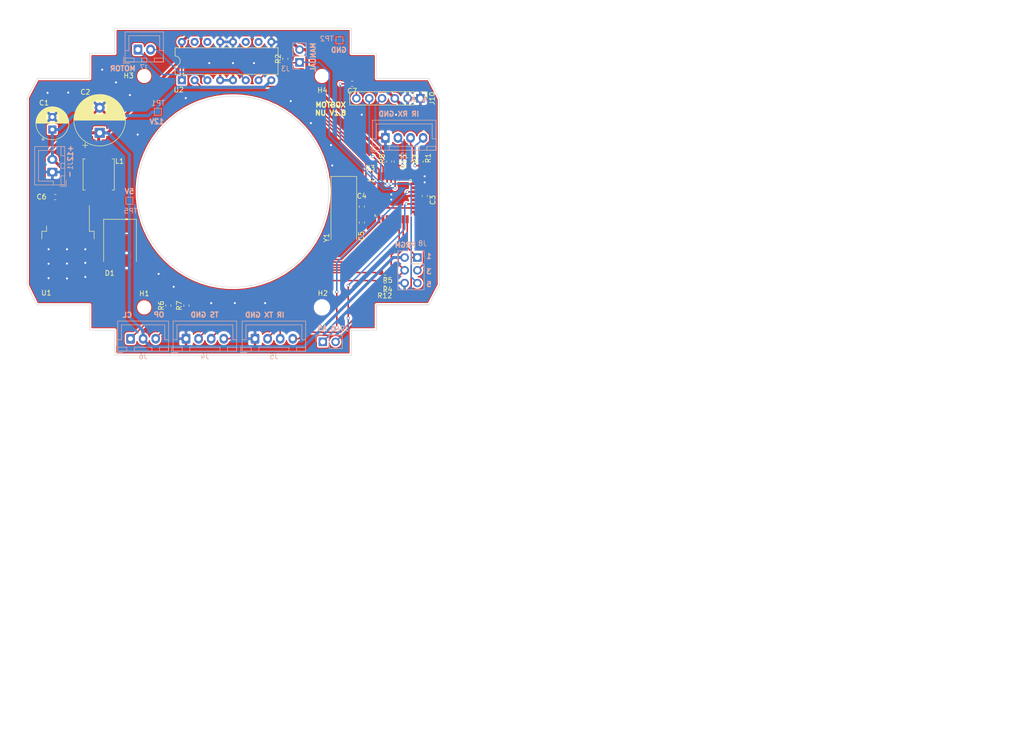
<source format=kicad_pcb>
(kicad_pcb (version 20171130) (host pcbnew 5.0.2-bee76a0~70~ubuntu18.04.1)
  (title_block (date "jeu. 02 avril 2015"))
  (layers (0 F.Cu signal) (31 B.Cu signal) (34 B.Paste user) (35 F.Paste user) (36 B.SilkS user) (37 F.SilkS user) (38 B.Mask user) (39 F.Mask user) (44 Edge.Cuts user))
  (net 0 "")
  (net 1 GND)
  (net 2 /2)
  (net 3 /4)
  (net 4 /7)
  (net 5 /8)
  (net 6 +5V)
  (net 7 +12V)
  (net 8 "Net-(D1-Pad1)")
  (net 9 /6)
  (net 10 /3)
  (net 11 "Net-(J7-Pad2)")
  (net 12 "Net-(J7-Pad1)")
  (net 13 /10)
  (net 14 /11)
  (net 15 /12)
  (net 16 /5)
  (net 17 "Net-(C3-Pad1)")
  (net 18 "Net-(C4-Pad2)")
  (net 19 "Net-(C5-Pad2)")
  (net 20 /A0)
  (net 21 /9)
  (net 22 "Net-(J5-Pad2)")
  (net 23 "Net-(J5-Pad3)")
  (net 24 /SCK)
  (net 25 /RESET)
  (net 26 /A6)
  (net 27 /A5)
  (net 28 /A2)
  (net 29 /A4)
  (net 30 /DTR)
  (net 31 /A7)
  (net 32 /RXI)
  (net 33 /TXO)
  (net 34 "Net-(J5-Pad4)")
  (module Resistor_SMD:R_0603_1608Metric (layer F.Cu) (at 149.275 38.9875 90)
    (fp_text reference R2 (at 0 -1.43 90) (layer F.SilkS))
    (fp_text value 100K)
    (pad 1 smd roundrect (at -0.7875 0 90) (size 0.875 0.95) (layers F.Cu F.Paste F.Mask) (net 27 /A5))
    (pad 2 smd roundrect (at 0.7875 0 90) (size 0.875 0.95) (layers F.Cu F.Paste F.Mask) (net 1 GND))
  )
  (module Resistor_SMD:R_0603_1608Metric (layer F.Cu) (at 176.15 59.425 270)
    (fp_text reference R1 (at -0.6875 -1.5 90) (layer F.SilkS))
    (fp_text value 10K)
    (pad 1 smd roundrect (at -0.7875 0 270) (size 0.875 0.95) (layers F.Cu F.Paste F.Mask) (net 6 +5V))
    (pad 2 smd roundrect (at 0.7875 0 270) (size 0.875 0.95) (layers F.Cu F.Paste F.Mask) (net 20 /A0))
  )
  (module Resistor_SMD:R_0603_1608Metric (layer F.Cu) (at 173.7875 59.425 270)
    (fp_text reference R3 (at -0.5875 -1.4 270) (layer F.SilkS))
    (fp_text value 10K)
    (pad 2 smd roundrect (at 0.7875 0 270) (size 0.875 0.95) (layers F.Cu F.Paste F.Mask) (net 28 /A2))
    (pad 1 smd roundrect (at -0.7875 0 270) (size 0.875 0.95) (layers F.Cu F.Paste F.Mask) (net 6 +5V))
  )
  (module Resistor_SMD:R_0603_1608Metric (layer F.Cu) (at 169.0625 83.075 180)
    (fp_text reference R4 (at -0.5335 -1.778 180) (layer F.SilkS))
    (fp_text value 150E)
    (pad 1 smd roundrect (at -0.7875 0 180) (size 0.875 0.95) (layers F.Cu F.Paste F.Mask) (net 14 /11))
    (pad 2 smd roundrect (at 0.7875 0 180) (size 0.875 0.95) (layers F.Cu F.Paste F.Mask) (net 23 "Net-(J5-Pad3)"))
  )
  (module Package_QFP:TQFP-32_7x7mm_P0.8mm (layer F.Cu) (at 170.69 66.63)
    (fp_text reference U3 (at -4.574 -5.924) (layer F.SilkS))
    (fp_text value ATmega328P-AU)
    (pad 32 smd rect (at -2.8 -4.25 90) (size 1.6 0.55) (layers F.Cu F.Paste F.Mask) (net 2 /2))
    (pad 31 smd rect (at -2 -4.25 90) (size 1.6 0.55) (layers F.Cu F.Paste F.Mask) (net 33 /TXO))
    (pad 30 smd rect (at -1.2 -4.25 90) (size 1.6 0.55) (layers F.Cu F.Paste F.Mask) (net 32 /RXI))
    (pad 29 smd rect (at -0.4 -4.25 90) (size 1.6 0.55) (layers F.Cu F.Paste F.Mask) (net 25 /RESET))
    (pad 28 smd rect (at 0.4 -4.25 90) (size 1.6 0.55) (layers F.Cu F.Paste F.Mask) (net 27 /A5))
    (pad 27 smd rect (at 1.2 -4.25 90) (size 1.6 0.55) (layers F.Cu F.Paste F.Mask) (net 29 /A4))
    (pad 26 smd rect (at 2 -4.25 90) (size 1.6 0.55) (layers F.Cu F.Paste F.Mask))
    (pad 25 smd rect (at 2.8 -4.25 90) (size 1.6 0.55) (layers F.Cu F.Paste F.Mask) (net 28 /A2))
    (pad 24 smd rect (at 4.25 -2.8) (size 1.6 0.55) (layers F.Cu F.Paste F.Mask))
    (pad 23 smd rect (at 4.25 -2) (size 1.6 0.55) (layers F.Cu F.Paste F.Mask) (net 20 /A0))
    (pad 22 smd rect (at 4.25 -1.2) (size 1.6 0.55) (layers F.Cu F.Paste F.Mask) (net 31 /A7))
    (pad 21 smd rect (at 4.25 -0.4) (size 1.6 0.55) (layers F.Cu F.Paste F.Mask) (net 1 GND))
    (pad 20 smd rect (at 4.25 0.4) (size 1.6 0.55) (layers F.Cu F.Paste F.Mask) (net 17 "Net-(C3-Pad1)"))
    (pad 19 smd rect (at 4.25 1.2) (size 1.6 0.55) (layers F.Cu F.Paste F.Mask) (net 26 /A6))
    (pad 18 smd rect (at 4.25 2) (size 1.6 0.55) (layers F.Cu F.Paste F.Mask) (net 6 +5V))
    (pad 17 smd rect (at 4.25 2.8) (size 1.6 0.55) (layers F.Cu F.Paste F.Mask) (net 24 /SCK))
    (pad 16 smd rect (at 2.8 4.25 90) (size 1.6 0.55) (layers F.Cu F.Paste F.Mask) (net 15 /12))
    (pad 15 smd rect (at 2 4.25 90) (size 1.6 0.55) (layers F.Cu F.Paste F.Mask) (net 14 /11))
    (pad 14 smd rect (at 1.2 4.25 90) (size 1.6 0.55) (layers F.Cu F.Paste F.Mask) (net 13 /10))
    (pad 13 smd rect (at 0.4 4.25 90) (size 1.6 0.55) (layers F.Cu F.Paste F.Mask) (net 21 /9))
    (pad 12 smd rect (at -0.4 4.25 90) (size 1.6 0.55) (layers F.Cu F.Paste F.Mask) (net 5 /8))
    (pad 11 smd rect (at -1.2 4.25 90) (size 1.6 0.55) (layers F.Cu F.Paste F.Mask) (net 4 /7))
    (pad 10 smd rect (at -2 4.25 90) (size 1.6 0.55) (layers F.Cu F.Paste F.Mask) (net 9 /6))
    (pad 9 smd rect (at -2.8 4.25 90) (size 1.6 0.55) (layers F.Cu F.Paste F.Mask) (net 16 /5))
    (pad 8 smd rect (at -4.25 2.8) (size 1.6 0.55) (layers F.Cu F.Paste F.Mask) (net 19 "Net-(C5-Pad2)"))
    (pad 7 smd rect (at -4.25 2) (size 1.6 0.55) (layers F.Cu F.Paste F.Mask) (net 18 "Net-(C4-Pad2)"))
    (pad 6 smd rect (at -4.25 1.2) (size 1.6 0.55) (layers F.Cu F.Paste F.Mask) (net 6 +5V))
    (pad 5 smd rect (at -4.25 0.4) (size 1.6 0.55) (layers F.Cu F.Paste F.Mask) (net 1 GND))
    (pad 4 smd rect (at -4.25 -0.4) (size 1.6 0.55) (layers F.Cu F.Paste F.Mask) (net 6 +5V))
    (pad 3 smd rect (at -4.25 -1.2) (size 1.6 0.55) (layers F.Cu F.Paste F.Mask) (net 1 GND))
    (pad 2 smd rect (at -4.25 -2) (size 1.6 0.55) (layers F.Cu F.Paste F.Mask) (net 3 /4))
    (pad 1 smd rect (at -4.25 -2.8) (size 1.6 0.55) (layers F.Cu F.Paste F.Mask) (net 10 /3))
  )
  (module Resistor_SMD:R_0603_1608Metric (layer F.Cu) (at 169.9 59.425 270)
    (fp_text reference R8 (at -0.6105 1.38 270) (layer F.SilkS))
    (fp_text value 10K)
    (pad 1 smd roundrect (at -0.7875 0 270) (size 0.875 0.95) (layers F.Cu F.Paste F.Mask) (net 6 +5V))
    (pad 2 smd roundrect (at 0.7875 0 270) (size 0.875 0.95) (layers F.Cu F.Paste F.Mask) (net 25 /RESET))
  )
  (module Package_DIP:DIP-16_W7.62mm (layer F.Cu) (at 128.72 43.25 90)
    (fp_text reference U2 (at -1.9 -0.62 180) (layer F.SilkS))
    (fp_text value L293D)
    (pad 1 thru_hole rect (at 0 0 90) (size 1.6 1.6) (drill 0.8) (layers *.Cu *.Mask) (net 2 /2))
    (pad 9 thru_hole oval (at 7.62 17.78 90) (size 1.6 1.6) (drill 0.8) (layers *.Cu *.Mask) (net 1 GND))
    (pad 2 thru_hole oval (at 0 2.54 90) (size 1.6 1.6) (drill 0.8) (layers *.Cu *.Mask) (net 3 /4))
    (pad 10 thru_hole oval (at 7.62 15.24 90) (size 1.6 1.6) (drill 0.8) (layers *.Cu *.Mask))
    (pad 3 thru_hole oval (at 0 5.08 90) (size 1.6 1.6) (drill 0.8) (layers *.Cu *.Mask) (net 12 "Net-(J7-Pad1)"))
    (pad 11 thru_hole oval (at 7.62 12.7 90) (size 1.6 1.6) (drill 0.8) (layers *.Cu *.Mask))
    (pad 4 thru_hole oval (at 0 7.62 90) (size 1.6 1.6) (drill 0.8) (layers *.Cu *.Mask) (net 1 GND))
    (pad 12 thru_hole oval (at 7.62 10.16 90) (size 1.6 1.6) (drill 0.8) (layers *.Cu *.Mask) (net 1 GND))
    (pad 5 thru_hole oval (at 0 10.16 90) (size 1.6 1.6) (drill 0.8) (layers *.Cu *.Mask) (net 1 GND))
    (pad 13 thru_hole oval (at 7.62 7.62 90) (size 1.6 1.6) (drill 0.8) (layers *.Cu *.Mask) (net 1 GND))
    (pad 6 thru_hole oval (at 0 12.7 90) (size 1.6 1.6) (drill 0.8) (layers *.Cu *.Mask) (net 11 "Net-(J7-Pad2)"))
    (pad 14 thru_hole oval (at 7.62 5.08 90) (size 1.6 1.6) (drill 0.8) (layers *.Cu *.Mask))
    (pad 7 thru_hole oval (at 0 15.24 90) (size 1.6 1.6) (drill 0.8) (layers *.Cu *.Mask) (net 10 /3))
    (pad 15 thru_hole oval (at 7.62 2.54 90) (size 1.6 1.6) (drill 0.8) (layers *.Cu *.Mask))
    (pad 8 thru_hole oval (at 0 17.78 90) (size 1.6 1.6) (drill 0.8) (layers *.Cu *.Mask) (net 7 +12V))
    (pad 16 thru_hole oval (at 7.62 0 90) (size 1.6 1.6) (drill 0.8) (layers *.Cu *.Mask) (net 6 +5V))
  )
  (module Package_TO_SOT_SMD:TO-263-5_TabPin3 (layer F.Cu) (at 106.1 76.235 270)
    (fp_text reference U1 (at 9.275 4.3) (layer F.SilkS))
    (fp_text value LM2576R-5.0)
    (pad 1 smd rect (at -5.775 -3.4 270) (size 4.6 1.1) (layers F.Cu F.Paste F.Mask) (net 7 +12V))
    (pad 2 smd rect (at -5.775 -1.7 270) (size 4.6 1.1) (layers F.Cu F.Paste F.Mask) (net 8 "Net-(D1-Pad1)"))
    (pad 3 smd rect (at -5.775 0 270) (size 4.6 1.1) (layers F.Cu F.Paste F.Mask) (net 1 GND))
    (pad 4 smd rect (at -5.775 1.7 270) (size 4.6 1.1) (layers F.Cu F.Paste F.Mask) (net 6 +5V))
    (pad 5 smd rect (at -5.775 3.4 270) (size 4.6 1.1) (layers F.Cu F.Paste F.Mask) (net 1 GND))
    (pad 3 smd rect (at 3.375 0 270) (size 9.4 10.8) (layers F.Cu F.Mask) (net 1 GND))
  )
  (module Inductor_SMD:L_Bourns_SRN6045TA (layer F.Cu) (at 112.2 61.975 90)
    (fp_text reference L1 (at 2.625 4.15 180) (layer F.SilkS))
    (fp_text value SRN6045-101M)
    (pad 1 smd rect (at -2.075 0 90) (size 2.35 5.1) (layers F.Cu F.Paste F.Mask) (net 8 "Net-(D1-Pad1)"))
    (pad 2 smd rect (at 2.075 0 90) (size 2.35 5.1) (layers F.Cu F.Paste F.Mask) (net 6 +5V))
  )
  (module Capacitor_THT:CP_Radial_D6.3mm_P2.50mm (layer F.Cu) (at 103 53.05 90)
    (fp_text reference C1 (at 5.3 -1.65 180) (layer F.SilkS))
    (fp_text value 100uF,25V)
    (pad 1 thru_hole rect (at 0 0 90) (size 1.6 1.6) (drill 0.8) (layers *.Cu *.Mask) (net 7 +12V))
    (pad 2 thru_hole circle (at 2.5 0 90) (size 1.6 1.6) (drill 0.8) (layers *.Cu *.Mask) (net 1 GND))
  )
  (module Capacitor_THT:CP_Radial_D10.0mm_P5.00mm (layer F.Cu) (at 112.4 53.7 90)
    (fp_text reference C2 (at 8.1 -2.85 180) (layer F.SilkS))
    (fp_text value 1000uF,16V)
    (pad 1 thru_hole rect (at 0 0 90) (size 2 2) (drill 1) (layers *.Cu *.Mask) (net 6 +5V))
    (pad 2 thru_hole circle (at 5 0 90) (size 2 2) (drill 1) (layers *.Cu *.Mask) (net 1 GND))
  )
  (module Diode_SMD:D_SMC (layer F.Cu) (at 116.44 75.69 270)
    (fp_text reference D1 (at 5.9 2.05) (layer F.SilkS))
    (fp_text value SS34)
    (pad 1 smd rect (at -3.4 0) (size 3.3 2.5) (layers F.Cu F.Paste F.Mask) (net 8 "Net-(D1-Pad1)"))
    (pad 2 smd rect (at 3.4 0) (size 3.3 2.5) (layers F.Cu F.Paste F.Mask) (net 1 GND))
  )
  (module MountingHole:MountingHole_2.2mm_M2_ISO7380 (layer F.Cu) (at 121.25 88.4)
    (fp_text reference H1 (at 0 -2.75) (layer F.SilkS))
    (fp_text value MountingHole)
    (pad 1 np_thru_hole circle (at 0 0) (size 2.2 2.2) (drill 2.2) (layers *.Cu *.Mask))
  )
  (module MountingHole:MountingHole_2.2mm_M2_ISO7380 (layer F.Cu) (at 156.55 88.4)
    (fp_text reference H2 (at 0.168 -2.802) (layer F.SilkS))
    (fp_text value MountingHole)
    (pad 1 np_thru_hole circle (at 0 0) (size 2.2 2.2) (drill 2.2) (layers *.Cu *.Mask))
  )
  (module MountingHole:MountingHole_2.2mm_M2_ISO7380 (layer F.Cu) (at 121.25 42.4)
    (fp_text reference H3 (at -3.1 -0.05) (layer F.SilkS))
    (fp_text value MountingHole)
    (pad 1 np_thru_hole circle (at 0 0) (size 2.2 2.2) (drill 2.2) (layers *.Cu *.Mask))
  )
  (module MountingHole:MountingHole_2.2mm_M2_ISO7380 (layer F.Cu) (at 156.55 42.4)
    (fp_text reference H4 (at 0.1 2.85) (layer F.SilkS))
    (fp_text value MountingHole)
    (pad 1 np_thru_hole circle (at 0 0) (size 2.2 2.2) (drill 2.2) (layers *.Cu *.Mask))
  )
  (module Capacitor_SMD:C_0603_1608Metric (layer F.Cu) (at 176.98 66.24 90)
    (fp_text reference C3 (at -0.816 1.582 90) (layer F.SilkS))
    (fp_text value 0.1uF)
    (pad 2 smd roundrect (at 0.7875 0 90) (size 0.875 0.95) (layers F.Cu F.Paste F.Mask) (net 1 GND))
    (pad 1 smd roundrect (at -0.7875 0 90) (size 0.875 0.95) (layers F.Cu F.Paste F.Mask) (net 17 "Net-(C3-Pad1)"))
  )
  (module Capacitor_SMD:C_0603_1608Metric (layer F.Cu) (at 164.47 68.3605 270)
    (fp_text reference C4 (at -2.1025 0.02) (layer F.SilkS))
    (fp_text value 22pF)
    (pad 1 smd roundrect (at -0.7875 0 270) (size 0.875 0.95) (layers F.Cu F.Paste F.Mask) (net 1 GND))
    (pad 2 smd roundrect (at 0.7875 0 270) (size 0.875 0.95) (layers F.Cu F.Paste F.Mask) (net 18 "Net-(C4-Pad2)"))
  )
  (module Capacitor_SMD:C_0603_1608Metric (layer F.Cu) (at 164.48 71.5355 90)
    (fp_text reference C5 (at -2.6895 -0.105 90) (layer F.SilkS))
    (fp_text value 22pF)
    (pad 2 smd roundrect (at 0.7875 0 90) (size 0.875 0.95) (layers F.Cu F.Paste F.Mask) (net 19 "Net-(C5-Pad2)"))
    (pad 1 smd roundrect (at -0.7875 0 90) (size 0.875 0.95) (layers F.Cu F.Paste F.Mask) (net 1 GND))
  )
  (module Capacitor_SMD:C_0603_1608Metric (layer F.Cu) (at 103.5625 66.48)
    (fp_text reference C6 (at -2.7025 -0.06) (layer F.SilkS))
    (fp_text value 0.1uF)
    (pad 1 smd roundrect (at -0.7875 0) (size 0.875 0.95) (layers F.Cu F.Paste F.Mask) (net 1 GND))
    (pad 2 smd roundrect (at 0.7875 0) (size 0.875 0.95) (layers F.Cu F.Paste F.Mask) (net 6 +5V))
  )
  (module Connector_PinHeader_2.54mm:PinHeader_1x02_P2.54mm_Vertical (layer B.Cu) (at 152.1 39.7)
    (fp_text reference J3 (at -2.794 1.27) (layer B.SilkS) (effects (justify mirror)))
    (fp_text value Conn_01x02)
    (pad 1 thru_hole rect (at 0 0) (size 1.7 1.7) (drill 1) (layers *.Cu *.Mask) (net 27 /A5))
    (pad 2 thru_hole oval (at 0 -2.54) (size 1.7 1.7) (drill 1) (layers *.Cu *.Mask) (net 6 +5V))
  )
  (module Connector_PinHeader_2.54mm:PinHeader_1x02_P2.54mm_Vertical (layer B.Cu) (at 156.718 95.25 270)
    (fp_text reference J9 (at -2.6 -4.307) (layer B.SilkS) (effects (justify mirror)))
    (fp_text value Conn_01x02)
    (pad 2 thru_hole oval (at 0 -2.54 270) (size 1.7 1.7) (drill 1) (layers *.Cu *.Mask) (net 26 /A6))
    (pad 1 thru_hole rect (at 0 0 270) (size 1.7 1.7) (drill 1) (layers *.Cu *.Mask) (net 31 /A7))
  )
  (module Resistor_SMD:R_0603_1608Metric (layer F.Cu) (at 126.05 88.0375 90)
    (fp_text reference R6 (at 0 -1.43 90) (layer F.SilkS))
    (fp_text value 100K)
    (pad 2 smd roundrect (at 0.7875 0 90) (size 0.875 0.95) (layers F.Cu F.Paste F.Mask) (net 1 GND))
    (pad 1 smd roundrect (at -0.7875 0 90) (size 0.875 0.95) (layers F.Cu F.Paste F.Mask) (net 16 /5))
  )
  (module Resistor_SMD:R_0603_1608Metric (layer F.Cu) (at 129.625 88.0375 90)
    (fp_text reference R7 (at 0 -1.43 90) (layer F.SilkS))
    (fp_text value 100K)
    (pad 1 smd roundrect (at -0.7875 0 90) (size 0.875 0.95) (layers F.Cu F.Paste F.Mask) (net 9 /6))
    (pad 2 smd roundrect (at 0.7875 0 90) (size 0.875 0.95) (layers F.Cu F.Paste F.Mask) (net 1 GND))
  )
  (module Crystal:Crystal_SMD_HC49-SD (layer F.Cu) (at 160.9 69.078 270)
    (fp_text reference Y1 (at 5.48 3.44 270) (layer F.SilkS))
    (fp_text value ABLS-16.000MHZ-B4-T)
    (pad 1 smd rect (at -4.25 0 270) (size 4.5 2) (layers F.Cu F.Paste F.Mask) (net 18 "Net-(C4-Pad2)"))
    (pad 2 smd rect (at 4.25 0 270) (size 4.5 2) (layers F.Cu F.Paste F.Mask) (net 19 "Net-(C5-Pad2)"))
  )
  (module TestPoint:TestPoint_Pad_1.0x1.0mm (layer B.Cu) (at 123.952 49.53)
    (fp_text reference TP1 (at 0.048 -1.73) (layer B.SilkS) (effects (justify mirror)))
    (fp_text value TestPoint)
    (pad 1 smd rect (at 0 0) (size 1 1) (layers B.Cu B.Mask) (net 7 +12V))
  )
  (module TestPoint:TestPoint_Pad_1.0x1.0mm (layer B.Cu) (at 160.02 35.306)
    (fp_text reference TP2 (at -2.52 -0.306) (layer B.SilkS) (effects (justify mirror)))
    (fp_text value TestPoint)
    (pad 1 smd rect (at 0 0) (size 1 1) (layers B.Cu B.Mask) (net 1 GND))
  )
  (module TestPoint:TestPoint_Pad_1.0x1.0mm (layer B.Cu) (at 118.3 67.2)
    (fp_text reference TP5 (at 0.254 2.032) (layer B.SilkS) (effects (justify mirror)))
    (fp_text value TestPoint)
    (pad 1 smd rect (at 0 0) (size 1 1) (layers B.Cu B.Mask) (net 6 +5V))
  )
  (module Connector_PinHeader_2.54mm:PinHeader_2x03_P2.54mm_Vertical (layer B.Cu) (at 175.514 78.486 180)
    (fp_text reference J8 (at -1.016 2.794 180) (layer B.SilkS) (effects (justify mirror)))
    (fp_text value Conn_02x03_Odd_Even)
    (pad 1 thru_hole rect (at 0 0 180) (size 1.7 1.7) (drill 1) (layers *.Cu *.Mask) (net 15 /12))
    (pad 2 thru_hole oval (at 2.54 0 180) (size 1.7 1.7) (drill 1) (layers *.Cu *.Mask) (net 6 +5V))
    (pad 3 thru_hole oval (at 0 -2.54 180) (size 1.7 1.7) (drill 1) (layers *.Cu *.Mask) (net 24 /SCK))
    (pad 4 thru_hole oval (at 2.54 -2.54 180) (size 1.7 1.7) (drill 1) (layers *.Cu *.Mask) (net 14 /11))
    (pad 5 thru_hole oval (at 0 -5.08 180) (size 1.7 1.7) (drill 1) (layers *.Cu *.Mask) (net 25 /RESET))
    (pad 6 thru_hole oval (at 2.54 -5.08 180) (size 1.7 1.7) (drill 1) (layers *.Cu *.Mask) (net 1 GND))
  )
  (module Resistor_SMD:R_0603_1608Metric (layer F.Cu) (at 169.0625 81.475 180)
    (fp_text reference R5 (at -0.5335 -1.524 180) (layer F.SilkS))
    (fp_text value 150E)
    (pad 1 smd roundrect (at -0.7875 0 180) (size 0.875 0.95) (layers F.Cu F.Paste F.Mask) (net 13 /10))
    (pad 2 smd roundrect (at 0.7875 0 180) (size 0.875 0.95) (layers F.Cu F.Paste F.Mask) (net 22 "Net-(J5-Pad2)"))
  )
  (module Capacitor_SMD:C_0603_1608Metric (layer F.Cu) (at 162.55 43.95 180)
    (fp_text reference C7 (at 0 -1.43 180) (layer F.SilkS))
    (fp_text value 0.1uF)
    (pad 2 smd roundrect (at 0.7875 0 180) (size 0.875 0.95) (layers F.Cu F.Paste F.Mask) (net 25 /RESET))
    (pad 1 smd roundrect (at -0.7875 0 180) (size 0.875 0.95) (layers F.Cu F.Paste F.Mask) (net 30 /DTR))
  )
  (module Connector_PinHeader_2.54mm:PinHeader_1x06_P2.54mm_Vertical (layer F.Cu) (at 176.1 46.85 270)
    (fp_text reference J10 (at 0 -2.33 270) (layer F.SilkS))
    (fp_text value Conn_01x06)
    (pad 6 thru_hole oval (at 0 12.7 270) (size 1.7 1.7) (drill 1) (layers *.Cu *.Mask) (net 30 /DTR))
    (pad 5 thru_hole oval (at 0 10.16 270) (size 1.7 1.7) (drill 1) (layers *.Cu *.Mask) (net 33 /TXO))
    (pad 4 thru_hole oval (at 0 7.62 270) (size 1.7 1.7) (drill 1) (layers *.Cu *.Mask) (net 32 /RXI))
    (pad 3 thru_hole oval (at 0 5.08 270) (size 1.7 1.7) (drill 1) (layers *.Cu *.Mask) (net 6 +5V))
    (pad 2 thru_hole oval (at 0 2.54 270) (size 1.7 1.7) (drill 1) (layers *.Cu *.Mask) (net 1 GND))
    (pad 1 thru_hole rect (at 0 0 270) (size 1.7 1.7) (drill 1) (layers *.Cu *.Mask) (net 1 GND))
  )
  (module Resistor_SMD:R_0603_1608Metric (layer F.Cu) (at 169.025 84.65 180)
    (fp_text reference R12 (at 0 -1.43 180) (layer F.SilkS))
    (fp_text value 150E)
    (pad 1 smd roundrect (at -0.7875 0 180) (size 0.875 0.95) (layers F.Cu F.Paste F.Mask) (net 15 /12))
    (pad 2 smd roundrect (at 0.7875 0 180) (size 0.875 0.95) (layers F.Cu F.Paste F.Mask) (net 34 "Net-(J5-Pad4)"))
  )
  (module Resistor_SMD:R_0603_1608Metric (layer F.Cu) (at 171.425 59.425 270)
    (fp_text reference R13 (at 0 -1.43 270) (layer F.SilkS))
    (fp_text value 10K)
    (pad 1 smd roundrect (at -0.7875 0 270) (size 0.875 0.95) (layers F.Cu F.Paste F.Mask) (net 6 +5V))
    (pad 2 smd roundrect (at 0.7875 0 270) (size 0.875 0.95) (layers F.Cu F.Paste F.Mask) (net 29 /A4))
  )
  (module Connector_JST:JST_XH_B2B-XH-A_1x02_P2.50mm_Vertical (layer B.Cu) (at 103 61.5 90)
    (fp_text reference J1 (at 1.25 3.55 90) (layer B.SilkS) (effects (justify mirror)))
    (fp_text value JST_XH_2pin)
    (pad 2 thru_hole oval (at 2.5 0 90) (size 1.7 2) (drill 1) (layers *.Cu *.Mask) (net 7 +12V))
    (pad 1 thru_hole roundrect (at 0 0 90) (size 1.7 2) (drill 1) (layers *.Cu *.Mask) (roundrect_rratio 0.147059) (net 1 GND))
  )
  (module Connector_JST:JST_XH_B4B-XH-A_1x04_P2.50mm_Vertical (layer B.Cu) (at 169.15 54.7)
    (fp_text reference J2 (at 3.75 3.55) (layer B.SilkS) (effects (justify mirror)))
    (fp_text value JST_XH_4pin)
    (pad 1 thru_hole roundrect (at 0 0) (size 1.7 1.95) (drill 0.95) (layers *.Cu *.Mask) (roundrect_rratio 0.147059) (net 1 GND))
    (pad 2 thru_hole oval (at 2.5 0) (size 1.7 1.95) (drill 0.95) (layers *.Cu *.Mask) (net 29 /A4))
    (pad 3 thru_hole oval (at 5 0) (size 1.7 1.95) (drill 0.95) (layers *.Cu *.Mask) (net 28 /A2))
    (pad 4 thru_hole oval (at 7.5 0) (size 1.7 1.95) (drill 0.95) (layers *.Cu *.Mask) (net 20 /A0))
  )
  (module Connector_JST:JST_XH_B4B-XH-A_1x04_P2.50mm_Vertical (layer B.Cu) (at 129.55 94.625)
    (fp_text reference J4 (at 3.75 3.55) (layer B.SilkS) (effects (justify mirror)))
    (fp_text value JST_XH_4pin)
    (pad 1 thru_hole roundrect (at 0 0) (size 1.7 1.95) (drill 0.95) (layers *.Cu *.Mask) (roundrect_rratio 0.147059) (net 1 GND))
    (pad 2 thru_hole oval (at 2.5 0) (size 1.7 1.95) (drill 0.95) (layers *.Cu *.Mask) (net 4 /7))
    (pad 3 thru_hole oval (at 5 0) (size 1.7 1.95) (drill 0.95) (layers *.Cu *.Mask) (net 5 /8))
    (pad 4 thru_hole oval (at 7.5 0) (size 1.7 1.95) (drill 0.95) (layers *.Cu *.Mask) (net 21 /9))
  )
  (module Connector_JST:JST_XH_B4B-XH-A_1x04_P2.50mm_Vertical (layer B.Cu) (at 143.256 94.625)
    (fp_text reference J5 (at 3.75 3.55) (layer B.SilkS) (effects (justify mirror)))
    (fp_text value JST_XH_4pin)
    (pad 4 thru_hole oval (at 7.5 0) (size 1.7 1.95) (drill 0.95) (layers *.Cu *.Mask) (net 34 "Net-(J5-Pad4)"))
    (pad 3 thru_hole oval (at 5 0) (size 1.7 1.95) (drill 0.95) (layers *.Cu *.Mask) (net 23 "Net-(J5-Pad3)"))
    (pad 2 thru_hole oval (at 2.5 0) (size 1.7 1.95) (drill 0.95) (layers *.Cu *.Mask) (net 22 "Net-(J5-Pad2)"))
    (pad 1 thru_hole roundrect (at 0 0) (size 1.7 1.95) (drill 0.95) (layers *.Cu *.Mask) (roundrect_rratio 0.147059) (net 1 GND))
  )
  (module Connector_JST:JST_XH_B3B-XH-A_1x03_P2.50mm_Vertical (layer B.Cu) (at 118.525 94.625)
    (fp_text reference J6 (at 2.5 3.55) (layer B.SilkS) (effects (justify mirror)))
    (fp_text value JST_XH_3pin)
    (pad 1 thru_hole roundrect (at 0 0) (size 1.7 1.95) (drill 0.95) (layers *.Cu *.Mask) (roundrect_rratio 0.147059) (net 16 /5))
    (pad 2 thru_hole oval (at 2.5 0) (size 1.7 1.95) (drill 0.95) (layers *.Cu *.Mask) (net 6 +5V))
    (pad 3 thru_hole oval (at 5 0) (size 1.7 1.95) (drill 0.95) (layers *.Cu *.Mask) (net 9 /6))
  )
  (module Connector_JST:JST_XH_B2B-XH-A_1x02_P2.50mm_Vertical (layer B.Cu) (at 120 37.15)
    (fp_text reference J7 (at 1.25 3.55) (layer B.SilkS) (effects (justify mirror)))
    (fp_text value JST_XH_2pin)
    (pad 1 thru_hole roundrect (at 0 0) (size 1.7 2) (drill 1) (layers *.Cu *.Mask) (roundrect_rratio 0.147059) (net 12 "Net-(J7-Pad1)"))
    (pad 2 thru_hole oval (at 2.5 0) (size 1.7 2) (drill 1) (layers *.Cu *.Mask) (net 11 "Net-(J7-Pad2)"))
  )
  (gr_text CL (at 117.9 89.9) (layer B.SilkS) (effects (font (size 1 1) (thickness 0.25)) (justify mirror)))
  (gr_text "MOTBOX\nNU V1.8" (at 158.275 48.95) (layer F.SilkS) (effects (font (size 1 1) (thickness 0.25))))
  (gr_text A1 (at 174.225 46.975) (layer B.SilkS) (effects (font (size 1 1) (thickness 0.25)) (justify mirror)))
  (gr_text 5V (at 118.3 65.35) (layer B.SilkS) (effects (font (size 1 1) (thickness 0.25)) (justify mirror)))
  (gr_text 12V (at 123.725 51.475) (layer B.SilkS) (effects (font (size 1 1) (thickness 0.25)) (justify mirror)))
  (gr_text 5 (at 177.8 83.82) (layer B.SilkS) (effects (font (size 1 1) (thickness 0.25)) (justify mirror)))
  (gr_text 3 (at 177.8 81.28) (layer B.SilkS) (effects (font (size 1 1) (thickness 0.25)) (justify mirror)))
  (gr_text 1 (at 177.8 78.232) (layer B.SilkS) (effects (font (size 1 1) (thickness 0.25)) (justify mirror)))
  (gr_text A0 (at 176.55 47) (layer B.SilkS) (effects (font (size 1 1) (thickness 0.25)) (justify mirror)))
  (gr_text MOTOR (at 117 40.925) (layer B.SilkS) (effects (font (size 1 1) (thickness 0.25)) (justify mirror)))
  (gr_text GND (at 159.9 37.25) (layer B.SilkS) (effects (font (size 1 1) (thickness 0.25)) (justify mirror)))
  (gr_text "A6 A5" (at 157.9 92.55) (layer B.SilkS) (effects (font (size 1 1) (thickness 0.25)) (justify mirror)))
  (gr_text PRGM (at 173.125 76) (layer B.SilkS) (effects (font (size 1 1) (thickness 0.25)) (justify mirror)))
  (gr_text MANUAL (at 154.8 38.675 90) (layer B.SilkS) (effects (font (size 1 1) (thickness 0.25)) (justify mirror)))
  (gr_text "IR RX GND" (at 171.825 49.95) (layer B.SilkS) (effects (font (size 1 1) (thickness 0.25)) (justify mirror)))
  (gr_text "IR TX GND" (at 145.19 89.9) (layer B.SilkS) (effects (font (size 1 1) (thickness 0.25)) (justify mirror)))
  (gr_text "TS GND" (at 133.25 89.87) (layer B.SilkS) (effects (font (size 1 1) (thickness 0.25)) (justify mirror)))
  (gr_text OP (at 124.175 89.85) (layer B.SilkS) (effects (font (size 1 1) (thickness 0.25)) (justify mirror)))
  (gr_text - (at 106.425 61.95 90) (layer B.SilkS) (effects (font (size 1 1) (thickness 0.25)) (justify mirror)))
  (gr_text +12 (at 106.575 57.775 90) (layer B.SilkS) (effects (font (size 1 1) (thickness 0.25)) (justify mirror)))
  (gr_line (start 179.9 83.9) (end 177.8 87.9) (layer Edge.Cuts) (width 0.1))
  (gr_line (start 98 84) (end 99.9 87.9) (layer Edge.Cuts) (width 0.1))
  (gr_line (start 100 42.9) (end 98 46.7) (layer Edge.Cuts) (width 0.1))
  (gr_line (start 177.8 42.9) (end 179.9 47) (layer Edge.Cuts) (width 0.1))
  (gr_line (start 115.4 92.9) (end 115.4 97.9) (layer Edge.Cuts) (width 0.1))
  (gr_line (start 110.4 92.9) (end 115.4 92.9) (layer Edge.Cuts) (width 0.1))
  (gr_line (start 110.4 87.9) (end 110.4 92.9) (layer Edge.Cuts) (width 0.1))
  (gr_line (start 99.9 87.9) (end 110.4 87.9) (layer Edge.Cuts) (width 0.1))
  (gr_line (start 162.4 97.9) (end 115.4 97.9) (layer Edge.Cuts) (width 0.1))
  (gr_line (start 162.4 92.9) (end 162.4 97.9) (layer Edge.Cuts) (width 0.1))
  (gr_line (start 167.4 92.9) (end 162.4 92.9) (layer Edge.Cuts) (width 0.1))
  (gr_line (start 167.4 87.9) (end 167.4 92.9) (layer Edge.Cuts) (width 0.15))
  (gr_line (start 167.4 87.9) (end 177.8 87.9) (layer Edge.Cuts) (width 0.15))
  (gr_line (start 167.4 42.9) (end 177.8 42.9) (layer Edge.Cuts) (width 0.1))
  (gr_line (start 167.4 37.9) (end 167.4 42.9) (layer Edge.Cuts) (width 0.1))
  (gr_line (start 110.4 42.9) (end 100 42.9) (layer Edge.Cuts) (width 0.1))
  (gr_line (start 110.4 37.9) (end 110.4 42.9) (layer Edge.Cuts) (width 0.1))
  (gr_line (start 179.9 83.9) (end 179.9 47) (layer Edge.Cuts) (width 0.1))
  (gr_line (start 98 84) (end 98 46.7) (layer Edge.Cuts) (width 0.1))
  (gr_line (start 162.4 37.9) (end 167.4 37.9) (layer Edge.Cuts) (width 0.1))
  (gr_line (start 162.4 32.9) (end 162.4 37.9) (layer Edge.Cuts) (width 0.1))
  (gr_line (start 115.4 32.9) (end 162.4 32.9) (layer Edge.Cuts) (width 0.1))
  (gr_line (start 115.4 33) (end 115.4 32.9) (layer Edge.Cuts) (width 0.1))
  (gr_line (start 115.4 37.9) (end 115.4 33) (layer Edge.Cuts) (width 0.1))
  (gr_line (start 110.4 37.9) (end 115.4 37.9) (layer Edge.Cuts) (width 0.1))
  (gr_circle (center 138.9 65.4) (end 157.9 65.5) (layer Edge.Cuts) (width 0.1))
  (via (at 102.25 82.6) (size 0.6) (drill 0.4) (layers F.Cu B.Cu) (net 1))
  (via (at 105.9 82.65) (size 0.6) (drill 0.4) (layers F.Cu B.Cu) (net 1))
  (via (at 109.55 82.35) (size 0.6) (drill 0.4) (layers F.Cu B.Cu) (net 1))
  (via (at 109.55 79.55) (size 0.6) (drill 0.4) (layers F.Cu B.Cu) (net 1))
  (via (at 105.9 79.7) (size 0.6) (drill 0.4) (layers F.Cu B.Cu) (net 1))
  (via (at 102.25 79.725) (size 0.6) (drill 0.4) (layers F.Cu B.Cu) (net 1))
  (via (at 109.55 76.85) (size 0.6) (drill 0.4) (layers F.Cu B.Cu) (net 1))
  (via (at 105.9 76.85) (size 0.6) (drill 0.4) (layers F.Cu B.Cu) (net 1))
  (via (at 102.25 76.85) (size 0.6) (drill 0.4) (layers F.Cu B.Cu) (net 1))
  (segment (start 165.013 67.03) (end 164.47 67.573) (width 0.3) (layer F.Cu) (net 1))
  (segment (start 166.44 67.03) (end 165.013 67.03) (width 0.3) (layer F.Cu) (net 1))
  (segment (start 176.2025 66.23) (end 176.98 65.4525) (width 0.3) (layer F.Cu) (net 1))
  (segment (start 174.94 66.23) (end 176.2025 66.23) (width 0.3) (layer F.Cu) (net 1))
  (via (at 176.95 63.55) (size 0.6) (drill 0.4) (layers F.Cu B.Cu) (net 1))
  (via (at 176.95 62.35) (size 0.6) (drill 0.4) (layers F.Cu B.Cu) (net 1))
  (segment (start 164.47 67.0355) (end 164.47 67.573) (width 0.3) (layer F.Cu) (net 1))
  (segment (start 164.47 66.3) (end 164.47 67.0355) (width 0.3) (layer F.Cu) (net 1))
  (segment (start 165.34 65.43) (end 164.47 66.3) (width 0.3) (layer F.Cu) (net 1))
  (segment (start 166.44 65.43) (end 165.34 65.43) (width 0.3) (layer F.Cu) (net 1))
  (segment (start 116.44 79.09) (end 116.84 79.09) (width 0.3) (layer F.Cu) (net 1))
  (via (at 102.05 45.75) (size 0.6) (drill 0.4) (layers F.Cu B.Cu) (net 1))
  (via (at 106.15 45.7) (size 0.6) (drill 0.4) (layers F.Cu B.Cu) (net 1))
  (via (at 112.9 41.15) (size 0.6) (drill 0.4) (layers F.Cu B.Cu) (net 1))
  (via (at 115.65 43.675) (size 0.6) (drill 0.4) (layers F.Cu B.Cu) (net 1))
  (via (at 118.4 46.2) (size 0.6) (drill 0.4) (layers F.Cu B.Cu) (net 1))
  (via (at 164.45 50.1) (size 0.6) (drill 0.4) (layers F.Cu B.Cu) (net 1))
  (via (at 124.1 81.75) (size 0.6) (drill 0.4) (layers F.Cu B.Cu) (net 1))
  (via (at 127.1 84.3) (size 0.6) (drill 0.4) (layers F.Cu B.Cu) (net 1))
  (via (at 119.95 54.05) (size 0.6) (drill 0.4) (layers F.Cu B.Cu) (net 1))
  (via (at 129.5 46.8) (size 0.6) (drill 0.4) (layers F.Cu B.Cu) (net 1))
  (via (at 150.35 47.4) (size 0.6) (drill 0.4) (layers F.Cu B.Cu) (net 1))
  (via (at 154.35 51.775) (size 0.6) (drill 0.4) (layers F.Cu B.Cu) (net 1))
  (via (at 158.35 56.15) (size 0.6) (drill 0.4) (layers F.Cu B.Cu) (net 1))
  (via (at 158.6 60.2) (size 0.6) (drill 0.4) (layers F.Cu B.Cu) (net 1))
  (via (at 134.175 39.85) (size 0.6) (drill 0.4) (layers F.Cu B.Cu) (net 1))
  (via (at 143.05 39.85) (size 0.6) (drill 0.4) (layers F.Cu B.Cu) (net 1))
  (via (at 138.875 39.85) (size 0.6) (drill 0.4) (layers F.Cu B.Cu) (net 1))
  (via (at 171.275 50.1) (size 0.6) (drill 0.4) (layers F.Cu B.Cu) (net 1))
  (via (at 170.325 65.95) (size 0.6) (drill 0.4) (layers F.Cu B.Cu) (net 1))
  (via (at 139.25 87.55) (size 0.6) (drill 0.4) (layers F.Cu B.Cu) (net 1))
  (via (at 134.55 87.55) (size 0.6) (drill 0.4) (layers F.Cu B.Cu) (net 1))
  (via (at 145.275 87.55) (size 0.6) (drill 0.4) (layers F.Cu B.Cu) (net 1))
  (via (at 170.325 66.975) (size 0.6) (drill 0.4) (layers F.Cu B.Cu) (net 1))
  (segment (start 167.89 62.38) (end 167.89 60.953652) (width 0.3) (layer F.Cu) (net 2))
  (segment (start 145.661348 38.725) (end 148.586348 41.65) (width 0.3) (layer F.Cu) (net 2))
  (segment (start 130.85 38.725) (end 145.661348 38.725) (width 0.3) (layer F.Cu) (net 2))
  (segment (start 128.72 40.855) (end 130.85 38.725) (width 0.3) (layer F.Cu) (net 2))
  (segment (start 167.89 60.953652) (end 148.586348 41.65) (width 0.3) (layer F.Cu) (net 2))
  (segment (start 128.72 43.25) (end 128.72 40.855) (width 0.3) (layer F.Cu) (net 2))
  (segment (start 148.586348 41.65) (end 148.436337 41.499989) (width 0.3) (layer F.Cu) (net 2))
  (segment (start 131.26 43.25) (end 132.510001 44.500001) (width 0.3) (layer F.Cu) (net 3))
  (segment (start 165.34 64.63) (end 166.44 64.63) (width 0.3) (layer F.Cu) (net 3))
  (segment (start 165.289999 59.767891) (end 165.289999 64.579999) (width 0.3) (layer F.Cu) (net 3))
  (segment (start 150.022109 44.500001) (end 165.289999 59.767891) (width 0.3) (layer F.Cu) (net 3))
  (segment (start 165.289999 64.579999) (end 165.34 64.63) (width 0.3) (layer F.Cu) (net 3))
  (segment (start 132.510001 44.500001) (end 150.022109 44.500001) (width 0.3) (layer F.Cu) (net 3))
  (segment (start 132.05 94.5) (end 132.05 94.625) (width 0.3) (layer F.Cu) (net 4))
  (segment (start 169.49 70.88) (end 169.49 71.98) (width 0.3) (layer F.Cu) (net 4))
  (segment (start 147.425 90.425) (end 136.125 90.425) (width 0.3) (layer F.Cu) (net 4))
  (segment (start 169.49 71.98) (end 161.49503 79.97497) (width 0.3) (layer F.Cu) (net 4))
  (segment (start 161.49503 79.97497) (end 157.87503 79.97497) (width 0.3) (layer F.Cu) (net 4))
  (segment (start 136.125 90.425) (end 132.05 94.5) (width 0.3) (layer F.Cu) (net 4))
  (segment (start 157.87503 79.97497) (end 147.425 90.425) (width 0.3) (layer F.Cu) (net 4))
  (segment (start 134.55 94.5) (end 134.55 94.625) (width 0.3) (layer F.Cu) (net 5))
  (segment (start 170.29 70.88) (end 170.29 71.98) (width 0.3) (layer F.Cu) (net 5))
  (segment (start 161.79502 80.47498) (end 158.10002 80.47498) (width 0.3) (layer F.Cu) (net 5))
  (segment (start 170.29 71.98) (end 161.79502 80.47498) (width 0.3) (layer F.Cu) (net 5))
  (segment (start 158.10002 80.47498) (end 147.575 91) (width 0.3) (layer F.Cu) (net 5))
  (segment (start 147.575 91) (end 138.05 91) (width 0.3) (layer F.Cu) (net 5))
  (segment (start 138.05 91) (end 134.55 94.5) (width 0.3) (layer F.Cu) (net 5))
  (segment (start 112.2 53.9) (end 112.4 53.7) (width 0.6) (layer F.Cu) (net 6))
  (segment (start 112.2 59.9) (end 112.2 53.9) (width 0.6) (layer F.Cu) (net 6))
  (segment (start 128.72 36.76137) (end 128.72 35.63) (width 0.6) (layer F.Cu) (net 6))
  (segment (start 128.72 38.98) (end 128.72 36.76137) (width 0.6) (layer F.Cu) (net 6))
  (segment (start 114 53.7) (end 128.72 38.98) (width 0.6) (layer F.Cu) (net 6))
  (segment (start 112.4 53.7) (end 114 53.7) (width 0.6) (layer F.Cu) (net 6))
  (segment (start 104.4 66.53) (end 104.35 66.48) (width 0.6) (layer F.Cu) (net 6))
  (segment (start 104.4 70.46) (end 104.4 66.53) (width 0.6) (layer F.Cu) (net 6))
  (segment (start 104.35 65.905) (end 104.35 66.48) (width 0.6) (layer F.Cu) (net 6))
  (segment (start 101.39999 62.95499) (end 104.35 65.905) (width 0.6) (layer F.Cu) (net 6))
  (segment (start 101.39999 58.399387) (end 101.39999 62.95499) (width 0.6) (layer F.Cu) (net 6))
  (segment (start 106.099377 53.7) (end 101.39999 58.399387) (width 0.6) (layer F.Cu) (net 6))
  (segment (start 112.4 53.7) (end 106.099377 53.7) (width 0.6) (layer F.Cu) (net 6))
  (segment (start 118.3 68.3) (end 118.3 67.2) (width 0.6) (layer B.Cu) (net 6))
  (segment (start 121.025 93.05) (end 118.3 90.325) (width 0.6) (layer B.Cu) (net 6))
  (segment (start 118.3 90.325) (end 118.3 68.3) (width 0.6) (layer B.Cu) (net 6))
  (segment (start 121.025 94.625) (end 121.025 93.05) (width 0.6) (layer B.Cu) (net 6))
  (segment (start 114 53.7) (end 112.4 53.7) (width 0.6) (layer B.Cu) (net 6))
  (segment (start 118.3 58) (end 114 53.7) (width 0.6) (layer B.Cu) (net 6))
  (segment (start 118.3 67.2) (end 118.3 58) (width 0.6) (layer B.Cu) (net 6))
  (segment (start 173.84 68.63) (end 174.94 68.63) (width 0.3) (layer F.Cu) (net 6))
  (segment (start 169.94 68.63) (end 173.84 68.63) (width 0.3) (layer F.Cu) (net 6))
  (segment (start 167.54 66.23) (end 169.94 68.63) (width 0.3) (layer F.Cu) (net 6))
  (segment (start 166.44 66.23) (end 167.54 66.23) (width 0.3) (layer F.Cu) (net 6))
  (segment (start 168.34 68.63) (end 169.94 68.63) (width 0.3) (layer F.Cu) (net 6))
  (segment (start 167.54 67.83) (end 168.34 68.63) (width 0.3) (layer F.Cu) (net 6))
  (segment (start 166.44 67.83) (end 167.54 67.83) (width 0.3) (layer F.Cu) (net 6))
  (segment (start 153.826002 37.16) (end 153.302081 37.16) (width 0.6) (layer F.Cu) (net 6))
  (segment (start 178.10001 55.425613) (end 178.10001 53.974387) (width 0.6) (layer F.Cu) (net 6))
  (segment (start 176.15 57.375623) (end 178.10001 55.425613) (width 0.6) (layer F.Cu) (net 6))
  (segment (start 176.15 58.6375) (end 176.15 57.375623) (width 0.6) (layer F.Cu) (net 6))
  (segment (start 173.7875 58.6375) (end 169.9 58.6375) (width 0.6) (layer F.Cu) (net 6))
  (segment (start 153.550001 37.40792) (end 153.302081 37.16) (width 0.6) (layer F.Cu) (net 6))
  (segment (start 153.550001 42.862501) (end 153.550001 37.40792) (width 0.6) (layer F.Cu) (net 6))
  (segment (start 169.325 58.6375) (end 153.550001 42.862501) (width 0.6) (layer F.Cu) (net 6))
  (segment (start 169.9 58.6375) (end 169.325 58.6375) (width 0.6) (layer F.Cu) (net 6))
  (segment (start 171.869999 47.744376) (end 178.10001 53.974387) (width 0.6) (layer F.Cu) (net 6))
  (segment (start 171.869999 47.699999) (end 171.869999 47.744376) (width 0.6) (layer F.Cu) (net 6))
  (segment (start 171.02 46.85) (end 171.869999 47.699999) (width 0.6) (layer F.Cu) (net 6))
  (segment (start 153.302081 37.16) (end 152.1 37.16) (width 0.6) (layer F.Cu) (net 6))
  (segment (start 168.032903 45.399999) (end 159.792904 37.16) (width 0.6) (layer F.Cu) (net 6))
  (segment (start 159.792904 37.16) (end 153.302081 37.16) (width 0.6) (layer F.Cu) (net 6))
  (segment (start 169.569999 45.399999) (end 168.032903 45.399999) (width 0.6) (layer F.Cu) (net 6))
  (segment (start 171.02 46.85) (end 169.569999 45.399999) (width 0.6) (layer F.Cu) (net 6))
  (segment (start 178.05501 68.51999) (end 178.05 68.525) (width 0.6) (layer F.Cu) (net 6))
  (segment (start 178.05501 59.96751) (end 178.05501 68.51999) (width 0.6) (layer F.Cu) (net 6))
  (segment (start 176.15 58.6375) (end 176.725 58.6375) (width 0.6) (layer F.Cu) (net 6))
  (segment (start 176.725 58.6375) (end 178.05501 59.96751) (width 0.6) (layer F.Cu) (net 6))
  (segment (start 177.945 68.63) (end 178.05 68.525) (width 0.3) (layer F.Cu) (net 6))
  (segment (start 174.94 68.63) (end 177.945 68.63) (width 0.3) (layer F.Cu) (net 6))
  (segment (start 151.250001 36.310001) (end 152.1 37.16) (width 0.6) (layer F.Cu) (net 6))
  (segment (start 149.169999 34.229999) (end 151.250001 36.310001) (width 0.6) (layer F.Cu) (net 6))
  (segment (start 130.120001 34.229999) (end 149.169999 34.229999) (width 0.6) (layer F.Cu) (net 6))
  (segment (start 128.72 35.63) (end 130.120001 34.229999) (width 0.6) (layer F.Cu) (net 6))
  (segment (start 122.47501 96.20001) (end 121.025 94.75) (width 0.6) (layer B.Cu) (net 6))
  (segment (start 152.987988 96.20001) (end 122.47501 96.20001) (width 0.6) (layer B.Cu) (net 6))
  (segment (start 121.025 94.75) (end 121.025 94.625) (width 0.6) (layer B.Cu) (net 6))
  (segment (start 170.701998 78.486) (end 152.987988 96.20001) (width 0.6) (layer B.Cu) (net 6))
  (segment (start 172.974 78.486) (end 170.701998 78.486) (width 0.6) (layer B.Cu) (net 6))
  (segment (start 109.5 67.56) (end 106.4 64.46) (width 0.6) (layer F.Cu) (net 7))
  (segment (start 109.5 70.46) (end 109.5 67.56) (width 0.6) (layer F.Cu) (net 7))
  (segment (start 103.15 59) (end 103 59) (width 0.6) (layer F.Cu) (net 7))
  (segment (start 106.4 62.25) (end 103.15 59) (width 0.6) (layer F.Cu) (net 7))
  (segment (start 106.4 64.46) (end 106.4 62.25) (width 0.6) (layer F.Cu) (net 7))
  (segment (start 103 53.05) (end 103 59) (width 0.6) (layer B.Cu) (net 7))
  (segment (start 122.081999 50.300001) (end 122.852 49.53) (width 0.6) (layer B.Cu) (net 7))
  (segment (start 107.149999 50.300001) (end 122.081999 50.300001) (width 0.6) (layer B.Cu) (net 7))
  (segment (start 122.852 49.53) (end 123.952 49.53) (width 0.6) (layer B.Cu) (net 7))
  (segment (start 104.4 53.05) (end 107.149999 50.300001) (width 0.6) (layer B.Cu) (net 7))
  (segment (start 103 53.05) (end 104.4 53.05) (width 0.6) (layer B.Cu) (net 7))
  (segment (start 145.700001 44.049999) (end 146.5 43.25) (width 0.6) (layer B.Cu) (net 7))
  (segment (start 145.099999 44.650001) (end 145.700001 44.049999) (width 0.6) (layer B.Cu) (net 7))
  (segment (start 127.731999 44.650001) (end 145.099999 44.650001) (width 0.6) (layer B.Cu) (net 7))
  (segment (start 123.952 48.43) (end 127.731999 44.650001) (width 0.6) (layer B.Cu) (net 7))
  (segment (start 123.952 49.53) (end 123.952 48.43) (width 0.6) (layer B.Cu) (net 7))
  (segment (start 112.2 65.825) (end 112.2 64.05) (width 0.6) (layer F.Cu) (net 8))
  (segment (start 112.2 71.690002) (end 112.2 65.825) (width 0.6) (layer F.Cu) (net 8))
  (segment (start 110.530001 73.360001) (end 112.2 71.690002) (width 0.6) (layer F.Cu) (net 8))
  (segment (start 107.800001 73.360001) (end 110.530001 73.360001) (width 0.6) (layer F.Cu) (net 8))
  (segment (start 107.8 70.46) (end 107.800001 73.360001) (width 0.6) (layer F.Cu) (net 8))
  (segment (start 113.575 64.05) (end 112.2 64.05) (width 0.6) (layer F.Cu) (net 8))
  (segment (start 116.44 66.915) (end 113.575 64.05) (width 0.6) (layer F.Cu) (net 8))
  (segment (start 116.44 72.29) (end 116.44 66.915) (width 0.6) (layer F.Cu) (net 8))
  (segment (start 129.2 88.825) (end 129.625 88.825) (width 0.3) (layer F.Cu) (net 9))
  (segment (start 123.525 94.5) (end 129.2 88.825) (width 0.3) (layer F.Cu) (net 9))
  (segment (start 123.525 94.625) (end 123.525 94.5) (width 0.3) (layer F.Cu) (net 9))
  (segment (start 168.69 71.98) (end 161.295 79.375) (width 0.3) (layer F.Cu) (net 9))
  (segment (start 168.69 70.88) (end 168.69 71.98) (width 0.3) (layer F.Cu) (net 9))
  (segment (start 130.2 88.825) (end 129.625 88.825) (width 0.3) (layer F.Cu) (net 9))
  (segment (start 148.31788 88.825) (end 130.2 88.825) (width 0.3) (layer F.Cu) (net 9))
  (segment (start 157.76788 79.375) (end 148.31788 88.825) (width 0.3) (layer F.Cu) (net 9))
  (segment (start 161.295 79.375) (end 157.76788 79.375) (width 0.3) (layer F.Cu) (net 9))
  (segment (start 148.229227 41.999999) (end 166.479228 60.25) (width 0.3) (layer F.Cu) (net 10))
  (segment (start 143.96 43.25) (end 145.210001 41.999999) (width 0.3) (layer F.Cu) (net 10))
  (segment (start 145.210001 41.999999) (end 148.229227 41.999999) (width 0.3) (layer F.Cu) (net 10))
  (segment (start 166.44 60.289228) (end 166.44 63.83) (width 0.3) (layer F.Cu) (net 10))
  (segment (start 166.479228 60.25) (end 166.44 60.289228) (width 0.3) (layer F.Cu) (net 10))
  (segment (start 139.769989 41.599989) (end 140.620001 42.450001) (width 0.3) (layer B.Cu) (net 11))
  (segment (start 128.099989 41.599989) (end 139.769989 41.599989) (width 0.3) (layer B.Cu) (net 11))
  (segment (start 123.65 37.15) (end 128.099989 41.599989) (width 0.3) (layer B.Cu) (net 11))
  (segment (start 140.620001 42.450001) (end 141.42 43.25) (width 0.3) (layer B.Cu) (net 11))
  (segment (start 122.5 37.15) (end 123.65 37.15) (width 0.3) (layer B.Cu) (net 11))
  (segment (start 133.000001 42.450001) (end 133.8 43.25) (width 0.3) (layer B.Cu) (net 12))
  (segment (start 132.649999 42.099999) (end 133.000001 42.450001) (width 0.3) (layer B.Cu) (net 12))
  (segment (start 124.949999 42.099999) (end 132.649999 42.099999) (width 0.3) (layer B.Cu) (net 12))
  (segment (start 120 37.15) (end 124.949999 42.099999) (width 0.3) (layer B.Cu) (net 12))
  (segment (start 170.311612 81.013388) (end 170.311612 78.013388) (width 0.3) (layer F.Cu) (net 13))
  (segment (start 169.85 81.475) (end 170.311612 81.013388) (width 0.3) (layer F.Cu) (net 13))
  (segment (start 171.89 76.435) (end 171.89 70.88) (width 0.3) (layer F.Cu) (net 13))
  (segment (start 170.311612 78.013388) (end 171.89 76.435) (width 0.3) (layer F.Cu) (net 13))
  (segment (start 171.673999 79.725999) (end 172.124001 80.176001) (width 0.3) (layer F.Cu) (net 14))
  (segment (start 171.673999 77.861999) (end 171.673999 79.725999) (width 0.3) (layer F.Cu) (net 14))
  (segment (start 172.124001 80.176001) (end 172.974 81.026) (width 0.3) (layer F.Cu) (net 14))
  (segment (start 172.69 76.845998) (end 171.673999 77.861999) (width 0.3) (layer F.Cu) (net 14))
  (segment (start 172.69 70.88) (end 172.69 76.845998) (width 0.3) (layer F.Cu) (net 14))
  (segment (start 170.925 83.075) (end 172.974 81.026) (width 0.3) (layer F.Cu) (net 14))
  (segment (start 169.85 83.075) (end 170.925 83.075) (width 0.3) (layer F.Cu) (net 14))
  (segment (start 173.49 76.462) (end 175.514 78.486) (width 0.3) (layer F.Cu) (net 15))
  (segment (start 173.49 70.88) (end 173.49 76.462) (width 0.3) (layer F.Cu) (net 15))
  (segment (start 173.35239 85.111612) (end 170.274112 85.111612) (width 0.3) (layer F.Cu) (net 15))
  (segment (start 174.274001 84.190001) (end 173.35239 85.111612) (width 0.3) (layer F.Cu) (net 15))
  (segment (start 174.274001 78.575999) (end 174.274001 84.190001) (width 0.3) (layer F.Cu) (net 15))
  (segment (start 174.364 78.486) (end 174.274001 78.575999) (width 0.3) (layer F.Cu) (net 15))
  (segment (start 175.514 78.486) (end 174.364 78.486) (width 0.3) (layer F.Cu) (net 15))
  (segment (start 170.274112 85.111612) (end 169.8125 84.65) (width 0.3) (layer F.Cu) (net 15))
  (segment (start 124.325 88.825) (end 126.05 88.825) (width 0.3) (layer F.Cu) (net 16))
  (segment (start 118.525 94.625) (end 124.325 88.825) (width 0.3) (layer F.Cu) (net 16))
  (segment (start 160.42001 78.87499) (end 157.35001 78.87499) (width 0.3) (layer F.Cu) (net 16))
  (segment (start 167.89 70.88) (end 167.89 71.405) (width 0.3) (layer F.Cu) (net 16))
  (segment (start 167.89 71.405) (end 160.42001 78.87499) (width 0.3) (layer F.Cu) (net 16))
  (segment (start 126.511612 88.363388) (end 126.05 88.825) (width 0.3) (layer F.Cu) (net 16))
  (segment (start 128.51251 86.36249) (end 126.511612 88.363388) (width 0.3) (layer F.Cu) (net 16))
  (segment (start 149.86251 86.36249) (end 128.51251 86.36249) (width 0.3) (layer F.Cu) (net 16))
  (segment (start 157.35001 78.87499) (end 149.86251 86.36249) (width 0.3) (layer F.Cu) (net 16))
  (segment (start 176.9775 67.03) (end 176.98 67.0275) (width 0.3) (layer F.Cu) (net 17))
  (segment (start 174.94 67.03) (end 176.9775 67.03) (width 0.3) (layer F.Cu) (net 17))
  (segment (start 163.97 69.148) (end 164.47 69.148) (width 0.3) (layer F.Cu) (net 18))
  (segment (start 160.9 66.078) (end 163.97 69.148) (width 0.3) (layer F.Cu) (net 18))
  (segment (start 160.9 64.828) (end 160.9 66.078) (width 0.3) (layer F.Cu) (net 18))
  (segment (start 164.988 68.63) (end 166.44 68.63) (width 0.3) (layer F.Cu) (net 18))
  (segment (start 164.47 69.148) (end 164.988 68.63) (width 0.3) (layer F.Cu) (net 18))
  (segment (start 165.798 69.43) (end 164.48 70.748) (width 0.3) (layer F.Cu) (net 19))
  (segment (start 166.44 69.43) (end 165.798 69.43) (width 0.3) (layer F.Cu) (net 19))
  (segment (start 163.905 70.748) (end 164.48 70.748) (width 0.3) (layer F.Cu) (net 19))
  (segment (start 162.23 70.748) (end 163.905 70.748) (width 0.3) (layer F.Cu) (net 19))
  (segment (start 160.9 72.078) (end 162.23 70.748) (width 0.3) (layer F.Cu) (net 19))
  (segment (start 160.9 73.328) (end 160.9 72.078) (width 0.3) (layer F.Cu) (net 19))
  (segment (start 176.65 54.825) (end 176.65 54.7) (width 0.3) (layer F.Cu) (net 20))
  (segment (start 175.845002 64.63) (end 176.175 64.300002) (width 0.3) (layer F.Cu) (net 20))
  (segment (start 174.94 64.63) (end 175.845002 64.63) (width 0.3) (layer F.Cu) (net 20))
  (segment (start 176.15 64.275002) (end 176.15 60.2125) (width 0.3) (layer F.Cu) (net 20))
  (segment (start 176.175 64.300002) (end 176.15 64.275002) (width 0.3) (layer F.Cu) (net 20))
  (via (at 175.025 60.225) (size 0.6) (drill 0.4) (layers F.Cu B.Cu) (net 20))
  (segment (start 176.15 60.2125) (end 175.0375 60.2125) (width 0.3) (layer F.Cu) (net 20))
  (segment (start 175.0375 60.2125) (end 175.025 60.225) (width 0.3) (layer F.Cu) (net 20))
  (segment (start 175.5 55.975) (end 176.65 54.825) (width 0.3) (layer B.Cu) (net 20))
  (segment (start 175.375 55.975) (end 175.5 55.975) (width 0.3) (layer B.Cu) (net 20))
  (segment (start 176.65 54.825) (end 176.65 54.7) (width 0.3) (layer B.Cu) (net 20))
  (segment (start 175.025 56.325) (end 175.375 55.975) (width 0.3) (layer B.Cu) (net 20))
  (segment (start 175.025 60.225) (end 175.025 56.325) (width 0.3) (layer B.Cu) (net 20))
  (segment (start 162.09501 80.97499) (end 158.45001 80.97499) (width 0.3) (layer F.Cu) (net 21))
  (segment (start 171.09 70.88) (end 171.09 71.98) (width 0.3) (layer F.Cu) (net 21))
  (segment (start 171.09 71.98) (end 162.09501 80.97499) (width 0.3) (layer F.Cu) (net 21))
  (segment (start 158.45001 80.97499) (end 147.775 91.65) (width 0.3) (layer F.Cu) (net 21))
  (segment (start 138.2 94.625) (end 137.05 94.625) (width 0.3) (layer F.Cu) (net 21))
  (segment (start 141.175 91.65) (end 138.2 94.625) (width 0.3) (layer F.Cu) (net 21))
  (segment (start 147.775 91.65) (end 141.175 91.65) (width 0.3) (layer F.Cu) (net 21))
  (segment (start 145.725 94.594) (end 145.756 94.625) (width 0.3) (layer F.Cu) (net 22))
  (segment (start 145.75 94.619) (end 145.756 94.625) (width 0.3) (layer F.Cu) (net 22))
  (segment (start 145.756 94.5) (end 145.756 94.625) (width 0.3) (layer F.Cu) (net 22))
  (segment (start 158.781 81.475) (end 145.756 94.5) (width 0.3) (layer F.Cu) (net 22))
  (segment (start 168.275 81.475) (end 158.781 81.475) (width 0.3) (layer F.Cu) (net 22))
  (segment (start 148.275 94.606) (end 148.256 94.625) (width 0.3) (layer F.Cu) (net 23))
  (segment (start 148.256 94.5) (end 148.256 94.625) (width 0.3) (layer F.Cu) (net 23))
  (segment (start 168.275 83.075) (end 159.681 83.075) (width 0.3) (layer F.Cu) (net 23))
  (segment (start 148.256 94.625) (end 148.256 92.70712) (width 0.3) (layer F.Cu) (net 23))
  (segment (start 157.88812 83.075) (end 159.681 83.075) (width 0.3) (layer F.Cu) (net 23))
  (segment (start 148.256 92.70712) (end 157.88812 83.075) (width 0.3) (layer F.Cu) (net 23))
  (segment (start 176.363999 80.176001) (end 175.514 81.026) (width 0.3) (layer F.Cu) (net 24))
  (segment (start 176.714001 79.825999) (end 176.363999 80.176001) (width 0.3) (layer F.Cu) (net 24))
  (segment (start 176.714001 71.779001) (end 176.714001 79.825999) (width 0.3) (layer F.Cu) (net 24))
  (segment (start 174.94 70.005) (end 176.714001 71.779001) (width 0.3) (layer F.Cu) (net 24))
  (segment (start 174.94 69.43) (end 174.94 70.005) (width 0.3) (layer F.Cu) (net 24))
  (segment (start 170.18 62.27) (end 170.29 62.38) (width 0.3) (layer F.Cu) (net 25))
  (via (at 170.3 63.85) (size 0.6) (drill 0.4) (layers F.Cu B.Cu) (net 25))
  (segment (start 170.29 62.38) (end 170.29 63.84) (width 0.3) (layer F.Cu) (net 25))
  (segment (start 170.29 63.84) (end 170.3 63.85) (width 0.3) (layer F.Cu) (net 25))
  (segment (start 170.724264 63.85) (end 173.3 63.85) (width 0.3) (layer B.Cu) (net 25))
  (segment (start 170.3 63.85) (end 170.724264 63.85) (width 0.3) (layer B.Cu) (net 25))
  (segment (start 173.3 63.85) (end 173.35 63.85) (width 0.3) (layer B.Cu) (net 25))
  (segment (start 173.3 63.85) (end 173.95 63.85) (width 0.3) (layer B.Cu) (net 25))
  (segment (start 174.274001 64.174001) (end 174.274001 82.326001) (width 0.3) (layer B.Cu) (net 25))
  (segment (start 173.95 63.85) (end 174.274001 64.174001) (width 0.3) (layer B.Cu) (net 25))
  (segment (start 174.274001 82.326001) (end 175.514 83.566) (width 0.3) (layer B.Cu) (net 25))
  (segment (start 170.29 60.6025) (end 170.29 62.38) (width 0.3) (layer F.Cu) (net 25))
  (segment (start 169.9 60.2125) (end 170.29 60.6025) (width 0.3) (layer F.Cu) (net 25))
  (segment (start 168.993617 64.500001) (end 160.2 55.706384) (width 0.3) (layer B.Cu) (net 25))
  (segment (start 169.787001 64.500001) (end 168.993617 64.500001) (width 0.3) (layer B.Cu) (net 25))
  (segment (start 170.3 63.85) (end 170.3 63.987002) (width 0.3) (layer B.Cu) (net 25))
  (segment (start 170.3 63.987002) (end 169.787001 64.500001) (width 0.3) (layer B.Cu) (net 25))
  (via (at 160.2 43.975) (size 0.6) (drill 0.4) (layers F.Cu B.Cu) (net 25))
  (segment (start 160.2 55.706384) (end 160.2 43.975) (width 0.3) (layer B.Cu) (net 25))
  (segment (start 161.7375 43.975) (end 161.7625 43.95) (width 0.3) (layer F.Cu) (net 25))
  (segment (start 160.2 43.975) (end 161.7375 43.975) (width 0.3) (layer F.Cu) (net 25))
  (segment (start 174.15 54.825) (end 174.15 54.7) (width 0.3) (layer F.Cu) (net 28))
  (segment (start 174.15 55.975) (end 174.15 54.7) (width 0.3) (layer F.Cu) (net 28))
  (segment (start 174.71251 59.28749) (end 174.71251 56.53751) (width 0.3) (layer F.Cu) (net 28))
  (segment (start 174.71251 56.53751) (end 174.15 55.975) (width 0.3) (layer F.Cu) (net 28))
  (segment (start 173.7875 60.2125) (end 174.71251 59.28749) (width 0.3) (layer F.Cu) (net 28))
  (segment (start 173.49 60.51) (end 173.7875 60.2125) (width 0.3) (layer F.Cu) (net 28))
  (segment (start 173.49 62.38) (end 173.49 60.51) (width 0.3) (layer F.Cu) (net 28))
  (segment (start 171.89 60.6775) (end 171.89 62.38) (width 0.3) (layer F.Cu) (net 29))
  (segment (start 171.425 60.2125) (end 171.89 60.6775) (width 0.3) (layer F.Cu) (net 29))
  (via (at 172.55 60.2) (size 0.6) (drill 0.4) (layers F.Cu B.Cu) (net 29))
  (segment (start 171.425 60.2125) (end 172.5375 60.2125) (width 0.3) (layer F.Cu) (net 29))
  (segment (start 172.5375 60.2125) (end 172.55 60.2) (width 0.3) (layer F.Cu) (net 29))
  (segment (start 172.55 55.6) (end 171.65 54.7) (width 0.3) (layer B.Cu) (net 29))
  (segment (start 172.55 60.2) (end 172.55 55.6) (width 0.3) (layer B.Cu) (net 29))
  (segment (start 163.4 46.85) (end 163.4 43.975) (width 0.3) (layer F.Cu) (net 30))
  (via (at 173.3 67.83) (size 0.6) (drill 0.4) (layers F.Cu B.Cu) (net 26))
  (segment (start 174.94 67.83) (end 173.3 67.83) (width 0.3) (layer F.Cu) (net 26))
  (segment (start 173.295 67.825) (end 173.3 67.83) (width 0.3) (layer B.Cu) (net 26))
  (segment (start 173.000001 68.129999) (end 173.000001 72.824999) (width 0.3) (layer B.Cu) (net 26))
  (segment (start 173.3 67.83) (end 173.000001 68.129999) (width 0.3) (layer B.Cu) (net 26))
  (via (at 161.775 84.05) (size 0.6) (drill 0.4) (layers F.Cu B.Cu) (net 26))
  (segment (start 173.000001 72.824999) (end 161.775 84.05) (width 0.3) (layer B.Cu) (net 26))
  (via (at 161.775 90.525) (size 0.6) (drill 0.4) (layers F.Cu B.Cu) (net 26))
  (segment (start 161.775 84.05) (end 161.775 89.025) (width 0.3) (layer F.Cu) (net 26))
  (segment (start 161.775 89.025) (end 161.775 90.525) (width 0.3) (layer F.Cu) (net 26))
  (segment (start 161.775 92.733) (end 159.258 95.25) (width 0.3) (layer B.Cu) (net 26))
  (segment (start 161.775 90.525) (end 161.775 92.733) (width 0.3) (layer B.Cu) (net 26))
  (segment (start 171.09 62.38) (end 171.09 64.61) (width 0.3) (layer F.Cu) (net 27))
  (via (at 171.05 64.65) (size 0.6) (drill 0.4) (layers F.Cu B.Cu) (net 27))
  (segment (start 171.09 64.61) (end 171.05 64.65) (width 0.3) (layer F.Cu) (net 27))
  (segment (start 153.25 39.7) (end 152.1 39.7) (width 0.3) (layer B.Cu) (net 27))
  (segment (start 155.996002 39.7) (end 153.25 39.7) (width 0.3) (layer B.Cu) (net 27))
  (segment (start 158.000001 41.703999) (end 155.996002 39.7) (width 0.3) (layer B.Cu) (net 27))
  (segment (start 158.000001 54.213505) (end 158.000001 41.703999) (width 0.3) (layer B.Cu) (net 27))
  (segment (start 168.786507 65.000011) (end 158.000001 54.213505) (width 0.3) (layer B.Cu) (net 27))
  (segment (start 169.994111 65.000011) (end 168.786507 65.000011) (width 0.3) (layer B.Cu) (net 27))
  (segment (start 170.344122 64.65) (end 169.994111 65.000011) (width 0.3) (layer B.Cu) (net 27))
  (segment (start 171.05 64.65) (end 170.344122 64.65) (width 0.3) (layer B.Cu) (net 27))
  (segment (start 152.025 39.775) (end 152.1 39.7) (width 0.3) (layer F.Cu) (net 27))
  (segment (start 149.275 39.775) (end 152.025 39.775) (width 0.3) (layer F.Cu) (net 27))
  (via (at 173.504986 65.477493) (size 0.6) (drill 0.4) (layers F.Cu B.Cu) (net 31))
  (segment (start 174.94 65.43) (end 173.552479 65.43) (width 0.3) (layer F.Cu) (net 31))
  (segment (start 173.552479 65.43) (end 173.504986 65.477493) (width 0.3) (layer F.Cu) (net 31))
  (via (at 159.5 85.325) (size 0.6) (drill 0.4) (layers F.Cu B.Cu) (net 31))
  (segment (start 173.504986 65.477493) (end 159.5 79.482479) (width 0.3) (layer B.Cu) (net 31))
  (segment (start 159.5 79.482479) (end 159.5 85.325) (width 0.3) (layer B.Cu) (net 31))
  (via (at 159.5 92.4) (size 0.6) (drill 0.4) (layers F.Cu B.Cu) (net 31))
  (segment (start 159.5 85.325) (end 159.5 90.175) (width 0.3) (layer F.Cu) (net 31))
  (segment (start 159.5 92.468) (end 156.718 95.25) (width 0.3) (layer B.Cu) (net 31))
  (segment (start 159.5 90.175) (end 159.5 92.4) (width 0.3) (layer F.Cu) (net 31))
  (via (at 169.475 63.85) (size 0.6) (drill 0.4) (layers F.Cu B.Cu) (net 32))
  (segment (start 169.49 62.38) (end 169.49 63.835) (width 0.3) (layer F.Cu) (net 32))
  (segment (start 169.49 63.835) (end 169.475 63.85) (width 0.3) (layer F.Cu) (net 32))
  (segment (start 168.225001 56.089967) (end 167.175 55.039966) (width 0.3) (layer B.Cu) (net 32))
  (segment (start 168.225001 63.024265) (end 168.225001 56.089967) (width 0.3) (layer B.Cu) (net 32))
  (segment (start 169.475 63.85) (end 169.050736 63.85) (width 0.3) (layer B.Cu) (net 32))
  (segment (start 169.050736 63.85) (end 168.225001 63.024265) (width 0.3) (layer B.Cu) (net 32))
  (segment (start 167.175 48.155) (end 168.48 46.85) (width 0.3) (layer B.Cu) (net 32))
  (segment (start 167.175 55.039966) (end 167.175 48.155) (width 0.3) (layer B.Cu) (net 32))
  (segment (start 165.94 46.85) (end 165.94 57.265) (width 0.3) (layer B.Cu) (net 33))
  (via (at 166.675 58.4) (size 0.6) (drill 0.4) (layers F.Cu B.Cu) (net 33))
  (segment (start 165.94 57.265) (end 165.94 57.665) (width 0.3) (layer B.Cu) (net 33))
  (segment (start 165.94 57.665) (end 166.675 58.4) (width 0.3) (layer B.Cu) (net 33))
  (segment (start 168.69 60.415) (end 168.69 62.38) (width 0.3) (layer F.Cu) (net 33))
  (segment (start 166.675 58.4) (end 168.69 60.415) (width 0.3) (layer F.Cu) (net 33))
  (segment (start 150.7 94.569) (end 150.756 94.625) (width 0.3) (layer F.Cu) (net 34))
  (segment (start 167.775888 85.111612) (end 167.775888 85.799112) (width 0.3) (layer F.Cu) (net 34))
  (segment (start 168.2375 84.65) (end 167.775888 85.111612) (width 0.3) (layer F.Cu) (net 34))
  (segment (start 151.906 94.625) (end 150.756 94.625) (width 0.3) (layer F.Cu) (net 34))
  (segment (start 153.181 93.35) (end 151.906 94.625) (width 0.3) (layer F.Cu) (net 34))
  (segment (start 160.225 93.35) (end 153.181 93.35) (width 0.3) (layer F.Cu) (net 34))
  (segment (start 167.775888 85.799112) (end 160.225 93.35) (width 0.3) (layer F.Cu) (net 34))
  (zone (net 1) (net_name GND) (layer B.Cu) (connect_pads (clearance 0.508)) (min_thickness 0.254) (fill yes (arc_segments 16) (thermal_gap 0.508) (thermal_bridge_width 0.508))
    (polygon (pts (xy 92.6 27.3) (xy 186.6 27.3) (xy 186.6 102.1) (xy 92.6 102.3)))
  )
  (zone (net 1) (net_name GND) (layer F.Cu) (connect_pads (clearance 0.3)) (min_thickness 0.254) (fill yes (arc_segments 16) (thermal_gap 0.508) (thermal_bridge_width 0.508))
    (polygon (pts (xy 92.6 27.3) (xy 186.6 27.3) (xy 186.6 102.1) (xy 92.6 102.3)))
  )
)
</source>
